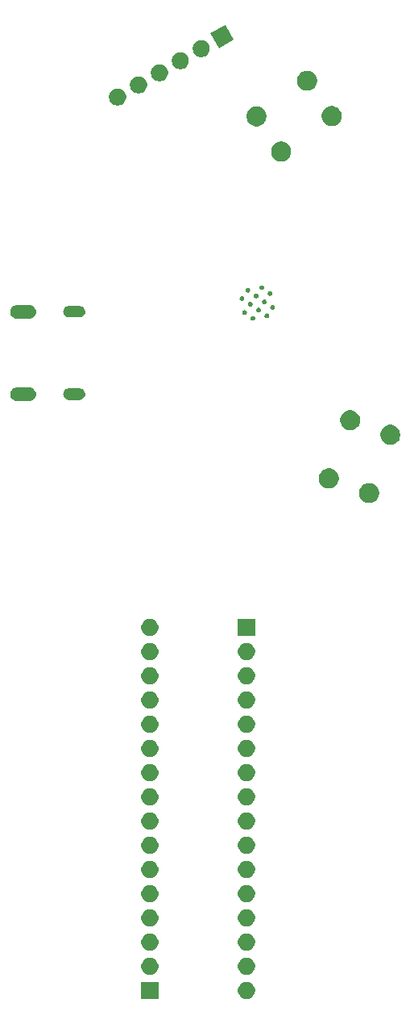
<source format=gbr>
G04 #@! TF.GenerationSoftware,KiCad,Pcbnew,5.1.5+dfsg1-2build2*
G04 #@! TF.CreationDate,2020-11-24T14:56:23+01:00*
G04 #@! TF.ProjectId,GreenEggs_and_Clem,47726565-6e45-4676-9773-5f616e645f43,v0.1*
G04 #@! TF.SameCoordinates,Original*
G04 #@! TF.FileFunction,Soldermask,Bot*
G04 #@! TF.FilePolarity,Negative*
%FSLAX46Y46*%
G04 Gerber Fmt 4.6, Leading zero omitted, Abs format (unit mm)*
G04 Created by KiCad (PCBNEW 5.1.5+dfsg1-2build2) date 2020-11-24 14:56:23*
%MOMM*%
%LPD*%
G04 APERTURE LIST*
%ADD10C,0.100000*%
G04 APERTURE END LIST*
D10*
G36*
X140601000Y-147881000D02*
G01*
X138799000Y-147881000D01*
X138799000Y-146079000D01*
X140601000Y-146079000D01*
X140601000Y-147881000D01*
G37*
G36*
X149963512Y-146073927D02*
G01*
X150112812Y-146103624D01*
X150276784Y-146171544D01*
X150424354Y-146270147D01*
X150549853Y-146395646D01*
X150648456Y-146543216D01*
X150716376Y-146707188D01*
X150751000Y-146881259D01*
X150751000Y-147058741D01*
X150716376Y-147232812D01*
X150648456Y-147396784D01*
X150549853Y-147544354D01*
X150424354Y-147669853D01*
X150276784Y-147768456D01*
X150112812Y-147836376D01*
X149963512Y-147866073D01*
X149938742Y-147871000D01*
X149761258Y-147871000D01*
X149736488Y-147866073D01*
X149587188Y-147836376D01*
X149423216Y-147768456D01*
X149275646Y-147669853D01*
X149150147Y-147544354D01*
X149051544Y-147396784D01*
X148983624Y-147232812D01*
X148949000Y-147058741D01*
X148949000Y-146881259D01*
X148983624Y-146707188D01*
X149051544Y-146543216D01*
X149150147Y-146395646D01*
X149275646Y-146270147D01*
X149423216Y-146171544D01*
X149587188Y-146103624D01*
X149736488Y-146073927D01*
X149761258Y-146069000D01*
X149938742Y-146069000D01*
X149963512Y-146073927D01*
G37*
G36*
X139813512Y-143543927D02*
G01*
X139962812Y-143573624D01*
X140126784Y-143641544D01*
X140274354Y-143740147D01*
X140399853Y-143865646D01*
X140498456Y-144013216D01*
X140566376Y-144177188D01*
X140601000Y-144351259D01*
X140601000Y-144528741D01*
X140566376Y-144702812D01*
X140498456Y-144866784D01*
X140399853Y-145014354D01*
X140274354Y-145139853D01*
X140126784Y-145238456D01*
X139962812Y-145306376D01*
X139813512Y-145336073D01*
X139788742Y-145341000D01*
X139611258Y-145341000D01*
X139586488Y-145336073D01*
X139437188Y-145306376D01*
X139273216Y-145238456D01*
X139125646Y-145139853D01*
X139000147Y-145014354D01*
X138901544Y-144866784D01*
X138833624Y-144702812D01*
X138799000Y-144528741D01*
X138799000Y-144351259D01*
X138833624Y-144177188D01*
X138901544Y-144013216D01*
X139000147Y-143865646D01*
X139125646Y-143740147D01*
X139273216Y-143641544D01*
X139437188Y-143573624D01*
X139586488Y-143543927D01*
X139611258Y-143539000D01*
X139788742Y-143539000D01*
X139813512Y-143543927D01*
G37*
G36*
X149963512Y-143533927D02*
G01*
X150112812Y-143563624D01*
X150276784Y-143631544D01*
X150424354Y-143730147D01*
X150549853Y-143855646D01*
X150648456Y-144003216D01*
X150716376Y-144167188D01*
X150751000Y-144341259D01*
X150751000Y-144518741D01*
X150716376Y-144692812D01*
X150648456Y-144856784D01*
X150549853Y-145004354D01*
X150424354Y-145129853D01*
X150276784Y-145228456D01*
X150112812Y-145296376D01*
X149963512Y-145326073D01*
X149938742Y-145331000D01*
X149761258Y-145331000D01*
X149736488Y-145326073D01*
X149587188Y-145296376D01*
X149423216Y-145228456D01*
X149275646Y-145129853D01*
X149150147Y-145004354D01*
X149051544Y-144856784D01*
X148983624Y-144692812D01*
X148949000Y-144518741D01*
X148949000Y-144341259D01*
X148983624Y-144167188D01*
X149051544Y-144003216D01*
X149150147Y-143855646D01*
X149275646Y-143730147D01*
X149423216Y-143631544D01*
X149587188Y-143563624D01*
X149736488Y-143533927D01*
X149761258Y-143529000D01*
X149938742Y-143529000D01*
X149963512Y-143533927D01*
G37*
G36*
X139813512Y-141003927D02*
G01*
X139962812Y-141033624D01*
X140126784Y-141101544D01*
X140274354Y-141200147D01*
X140399853Y-141325646D01*
X140498456Y-141473216D01*
X140566376Y-141637188D01*
X140601000Y-141811259D01*
X140601000Y-141988741D01*
X140566376Y-142162812D01*
X140498456Y-142326784D01*
X140399853Y-142474354D01*
X140274354Y-142599853D01*
X140126784Y-142698456D01*
X139962812Y-142766376D01*
X139813512Y-142796073D01*
X139788742Y-142801000D01*
X139611258Y-142801000D01*
X139586488Y-142796073D01*
X139437188Y-142766376D01*
X139273216Y-142698456D01*
X139125646Y-142599853D01*
X139000147Y-142474354D01*
X138901544Y-142326784D01*
X138833624Y-142162812D01*
X138799000Y-141988741D01*
X138799000Y-141811259D01*
X138833624Y-141637188D01*
X138901544Y-141473216D01*
X139000147Y-141325646D01*
X139125646Y-141200147D01*
X139273216Y-141101544D01*
X139437188Y-141033624D01*
X139586488Y-141003927D01*
X139611258Y-140999000D01*
X139788742Y-140999000D01*
X139813512Y-141003927D01*
G37*
G36*
X149963512Y-140993927D02*
G01*
X150112812Y-141023624D01*
X150276784Y-141091544D01*
X150424354Y-141190147D01*
X150549853Y-141315646D01*
X150648456Y-141463216D01*
X150716376Y-141627188D01*
X150751000Y-141801259D01*
X150751000Y-141978741D01*
X150716376Y-142152812D01*
X150648456Y-142316784D01*
X150549853Y-142464354D01*
X150424354Y-142589853D01*
X150276784Y-142688456D01*
X150112812Y-142756376D01*
X149963512Y-142786073D01*
X149938742Y-142791000D01*
X149761258Y-142791000D01*
X149736488Y-142786073D01*
X149587188Y-142756376D01*
X149423216Y-142688456D01*
X149275646Y-142589853D01*
X149150147Y-142464354D01*
X149051544Y-142316784D01*
X148983624Y-142152812D01*
X148949000Y-141978741D01*
X148949000Y-141801259D01*
X148983624Y-141627188D01*
X149051544Y-141463216D01*
X149150147Y-141315646D01*
X149275646Y-141190147D01*
X149423216Y-141091544D01*
X149587188Y-141023624D01*
X149736488Y-140993927D01*
X149761258Y-140989000D01*
X149938742Y-140989000D01*
X149963512Y-140993927D01*
G37*
G36*
X139813512Y-138463927D02*
G01*
X139962812Y-138493624D01*
X140126784Y-138561544D01*
X140274354Y-138660147D01*
X140399853Y-138785646D01*
X140498456Y-138933216D01*
X140566376Y-139097188D01*
X140601000Y-139271259D01*
X140601000Y-139448741D01*
X140566376Y-139622812D01*
X140498456Y-139786784D01*
X140399853Y-139934354D01*
X140274354Y-140059853D01*
X140126784Y-140158456D01*
X139962812Y-140226376D01*
X139813512Y-140256073D01*
X139788742Y-140261000D01*
X139611258Y-140261000D01*
X139586488Y-140256073D01*
X139437188Y-140226376D01*
X139273216Y-140158456D01*
X139125646Y-140059853D01*
X139000147Y-139934354D01*
X138901544Y-139786784D01*
X138833624Y-139622812D01*
X138799000Y-139448741D01*
X138799000Y-139271259D01*
X138833624Y-139097188D01*
X138901544Y-138933216D01*
X139000147Y-138785646D01*
X139125646Y-138660147D01*
X139273216Y-138561544D01*
X139437188Y-138493624D01*
X139586488Y-138463927D01*
X139611258Y-138459000D01*
X139788742Y-138459000D01*
X139813512Y-138463927D01*
G37*
G36*
X149963512Y-138453927D02*
G01*
X150112812Y-138483624D01*
X150276784Y-138551544D01*
X150424354Y-138650147D01*
X150549853Y-138775646D01*
X150648456Y-138923216D01*
X150716376Y-139087188D01*
X150751000Y-139261259D01*
X150751000Y-139438741D01*
X150716376Y-139612812D01*
X150648456Y-139776784D01*
X150549853Y-139924354D01*
X150424354Y-140049853D01*
X150276784Y-140148456D01*
X150112812Y-140216376D01*
X149963512Y-140246073D01*
X149938742Y-140251000D01*
X149761258Y-140251000D01*
X149736488Y-140246073D01*
X149587188Y-140216376D01*
X149423216Y-140148456D01*
X149275646Y-140049853D01*
X149150147Y-139924354D01*
X149051544Y-139776784D01*
X148983624Y-139612812D01*
X148949000Y-139438741D01*
X148949000Y-139261259D01*
X148983624Y-139087188D01*
X149051544Y-138923216D01*
X149150147Y-138775646D01*
X149275646Y-138650147D01*
X149423216Y-138551544D01*
X149587188Y-138483624D01*
X149736488Y-138453927D01*
X149761258Y-138449000D01*
X149938742Y-138449000D01*
X149963512Y-138453927D01*
G37*
G36*
X139813512Y-135923927D02*
G01*
X139962812Y-135953624D01*
X140126784Y-136021544D01*
X140274354Y-136120147D01*
X140399853Y-136245646D01*
X140498456Y-136393216D01*
X140566376Y-136557188D01*
X140601000Y-136731259D01*
X140601000Y-136908741D01*
X140566376Y-137082812D01*
X140498456Y-137246784D01*
X140399853Y-137394354D01*
X140274354Y-137519853D01*
X140126784Y-137618456D01*
X139962812Y-137686376D01*
X139813512Y-137716073D01*
X139788742Y-137721000D01*
X139611258Y-137721000D01*
X139586488Y-137716073D01*
X139437188Y-137686376D01*
X139273216Y-137618456D01*
X139125646Y-137519853D01*
X139000147Y-137394354D01*
X138901544Y-137246784D01*
X138833624Y-137082812D01*
X138799000Y-136908741D01*
X138799000Y-136731259D01*
X138833624Y-136557188D01*
X138901544Y-136393216D01*
X139000147Y-136245646D01*
X139125646Y-136120147D01*
X139273216Y-136021544D01*
X139437188Y-135953624D01*
X139586488Y-135923927D01*
X139611258Y-135919000D01*
X139788742Y-135919000D01*
X139813512Y-135923927D01*
G37*
G36*
X149963512Y-135913927D02*
G01*
X150112812Y-135943624D01*
X150276784Y-136011544D01*
X150424354Y-136110147D01*
X150549853Y-136235646D01*
X150648456Y-136383216D01*
X150716376Y-136547188D01*
X150751000Y-136721259D01*
X150751000Y-136898741D01*
X150716376Y-137072812D01*
X150648456Y-137236784D01*
X150549853Y-137384354D01*
X150424354Y-137509853D01*
X150276784Y-137608456D01*
X150112812Y-137676376D01*
X149963512Y-137706073D01*
X149938742Y-137711000D01*
X149761258Y-137711000D01*
X149736488Y-137706073D01*
X149587188Y-137676376D01*
X149423216Y-137608456D01*
X149275646Y-137509853D01*
X149150147Y-137384354D01*
X149051544Y-137236784D01*
X148983624Y-137072812D01*
X148949000Y-136898741D01*
X148949000Y-136721259D01*
X148983624Y-136547188D01*
X149051544Y-136383216D01*
X149150147Y-136235646D01*
X149275646Y-136110147D01*
X149423216Y-136011544D01*
X149587188Y-135943624D01*
X149736488Y-135913927D01*
X149761258Y-135909000D01*
X149938742Y-135909000D01*
X149963512Y-135913927D01*
G37*
G36*
X139813512Y-133383927D02*
G01*
X139962812Y-133413624D01*
X140126784Y-133481544D01*
X140274354Y-133580147D01*
X140399853Y-133705646D01*
X140498456Y-133853216D01*
X140566376Y-134017188D01*
X140601000Y-134191259D01*
X140601000Y-134368741D01*
X140566376Y-134542812D01*
X140498456Y-134706784D01*
X140399853Y-134854354D01*
X140274354Y-134979853D01*
X140126784Y-135078456D01*
X139962812Y-135146376D01*
X139813512Y-135176073D01*
X139788742Y-135181000D01*
X139611258Y-135181000D01*
X139586488Y-135176073D01*
X139437188Y-135146376D01*
X139273216Y-135078456D01*
X139125646Y-134979853D01*
X139000147Y-134854354D01*
X138901544Y-134706784D01*
X138833624Y-134542812D01*
X138799000Y-134368741D01*
X138799000Y-134191259D01*
X138833624Y-134017188D01*
X138901544Y-133853216D01*
X139000147Y-133705646D01*
X139125646Y-133580147D01*
X139273216Y-133481544D01*
X139437188Y-133413624D01*
X139586488Y-133383927D01*
X139611258Y-133379000D01*
X139788742Y-133379000D01*
X139813512Y-133383927D01*
G37*
G36*
X149963512Y-133373927D02*
G01*
X150112812Y-133403624D01*
X150276784Y-133471544D01*
X150424354Y-133570147D01*
X150549853Y-133695646D01*
X150648456Y-133843216D01*
X150716376Y-134007188D01*
X150751000Y-134181259D01*
X150751000Y-134358741D01*
X150716376Y-134532812D01*
X150648456Y-134696784D01*
X150549853Y-134844354D01*
X150424354Y-134969853D01*
X150276784Y-135068456D01*
X150112812Y-135136376D01*
X149963512Y-135166073D01*
X149938742Y-135171000D01*
X149761258Y-135171000D01*
X149736488Y-135166073D01*
X149587188Y-135136376D01*
X149423216Y-135068456D01*
X149275646Y-134969853D01*
X149150147Y-134844354D01*
X149051544Y-134696784D01*
X148983624Y-134532812D01*
X148949000Y-134358741D01*
X148949000Y-134181259D01*
X148983624Y-134007188D01*
X149051544Y-133843216D01*
X149150147Y-133695646D01*
X149275646Y-133570147D01*
X149423216Y-133471544D01*
X149587188Y-133403624D01*
X149736488Y-133373927D01*
X149761258Y-133369000D01*
X149938742Y-133369000D01*
X149963512Y-133373927D01*
G37*
G36*
X139813512Y-130843927D02*
G01*
X139962812Y-130873624D01*
X140126784Y-130941544D01*
X140274354Y-131040147D01*
X140399853Y-131165646D01*
X140498456Y-131313216D01*
X140566376Y-131477188D01*
X140601000Y-131651259D01*
X140601000Y-131828741D01*
X140566376Y-132002812D01*
X140498456Y-132166784D01*
X140399853Y-132314354D01*
X140274354Y-132439853D01*
X140126784Y-132538456D01*
X139962812Y-132606376D01*
X139813512Y-132636073D01*
X139788742Y-132641000D01*
X139611258Y-132641000D01*
X139586488Y-132636073D01*
X139437188Y-132606376D01*
X139273216Y-132538456D01*
X139125646Y-132439853D01*
X139000147Y-132314354D01*
X138901544Y-132166784D01*
X138833624Y-132002812D01*
X138799000Y-131828741D01*
X138799000Y-131651259D01*
X138833624Y-131477188D01*
X138901544Y-131313216D01*
X139000147Y-131165646D01*
X139125646Y-131040147D01*
X139273216Y-130941544D01*
X139437188Y-130873624D01*
X139586488Y-130843927D01*
X139611258Y-130839000D01*
X139788742Y-130839000D01*
X139813512Y-130843927D01*
G37*
G36*
X149963512Y-130833927D02*
G01*
X150112812Y-130863624D01*
X150276784Y-130931544D01*
X150424354Y-131030147D01*
X150549853Y-131155646D01*
X150648456Y-131303216D01*
X150716376Y-131467188D01*
X150751000Y-131641259D01*
X150751000Y-131818741D01*
X150716376Y-131992812D01*
X150648456Y-132156784D01*
X150549853Y-132304354D01*
X150424354Y-132429853D01*
X150276784Y-132528456D01*
X150112812Y-132596376D01*
X149963512Y-132626073D01*
X149938742Y-132631000D01*
X149761258Y-132631000D01*
X149736488Y-132626073D01*
X149587188Y-132596376D01*
X149423216Y-132528456D01*
X149275646Y-132429853D01*
X149150147Y-132304354D01*
X149051544Y-132156784D01*
X148983624Y-131992812D01*
X148949000Y-131818741D01*
X148949000Y-131641259D01*
X148983624Y-131467188D01*
X149051544Y-131303216D01*
X149150147Y-131155646D01*
X149275646Y-131030147D01*
X149423216Y-130931544D01*
X149587188Y-130863624D01*
X149736488Y-130833927D01*
X149761258Y-130829000D01*
X149938742Y-130829000D01*
X149963512Y-130833927D01*
G37*
G36*
X139813512Y-128303927D02*
G01*
X139962812Y-128333624D01*
X140126784Y-128401544D01*
X140274354Y-128500147D01*
X140399853Y-128625646D01*
X140498456Y-128773216D01*
X140566376Y-128937188D01*
X140601000Y-129111259D01*
X140601000Y-129288741D01*
X140566376Y-129462812D01*
X140498456Y-129626784D01*
X140399853Y-129774354D01*
X140274354Y-129899853D01*
X140126784Y-129998456D01*
X139962812Y-130066376D01*
X139813512Y-130096073D01*
X139788742Y-130101000D01*
X139611258Y-130101000D01*
X139586488Y-130096073D01*
X139437188Y-130066376D01*
X139273216Y-129998456D01*
X139125646Y-129899853D01*
X139000147Y-129774354D01*
X138901544Y-129626784D01*
X138833624Y-129462812D01*
X138799000Y-129288741D01*
X138799000Y-129111259D01*
X138833624Y-128937188D01*
X138901544Y-128773216D01*
X139000147Y-128625646D01*
X139125646Y-128500147D01*
X139273216Y-128401544D01*
X139437188Y-128333624D01*
X139586488Y-128303927D01*
X139611258Y-128299000D01*
X139788742Y-128299000D01*
X139813512Y-128303927D01*
G37*
G36*
X149963512Y-128293927D02*
G01*
X150112812Y-128323624D01*
X150276784Y-128391544D01*
X150424354Y-128490147D01*
X150549853Y-128615646D01*
X150648456Y-128763216D01*
X150716376Y-128927188D01*
X150751000Y-129101259D01*
X150751000Y-129278741D01*
X150716376Y-129452812D01*
X150648456Y-129616784D01*
X150549853Y-129764354D01*
X150424354Y-129889853D01*
X150276784Y-129988456D01*
X150112812Y-130056376D01*
X149963512Y-130086073D01*
X149938742Y-130091000D01*
X149761258Y-130091000D01*
X149736488Y-130086073D01*
X149587188Y-130056376D01*
X149423216Y-129988456D01*
X149275646Y-129889853D01*
X149150147Y-129764354D01*
X149051544Y-129616784D01*
X148983624Y-129452812D01*
X148949000Y-129278741D01*
X148949000Y-129101259D01*
X148983624Y-128927188D01*
X149051544Y-128763216D01*
X149150147Y-128615646D01*
X149275646Y-128490147D01*
X149423216Y-128391544D01*
X149587188Y-128323624D01*
X149736488Y-128293927D01*
X149761258Y-128289000D01*
X149938742Y-128289000D01*
X149963512Y-128293927D01*
G37*
G36*
X139813512Y-125763927D02*
G01*
X139962812Y-125793624D01*
X140126784Y-125861544D01*
X140274354Y-125960147D01*
X140399853Y-126085646D01*
X140498456Y-126233216D01*
X140566376Y-126397188D01*
X140601000Y-126571259D01*
X140601000Y-126748741D01*
X140566376Y-126922812D01*
X140498456Y-127086784D01*
X140399853Y-127234354D01*
X140274354Y-127359853D01*
X140126784Y-127458456D01*
X139962812Y-127526376D01*
X139813512Y-127556073D01*
X139788742Y-127561000D01*
X139611258Y-127561000D01*
X139586488Y-127556073D01*
X139437188Y-127526376D01*
X139273216Y-127458456D01*
X139125646Y-127359853D01*
X139000147Y-127234354D01*
X138901544Y-127086784D01*
X138833624Y-126922812D01*
X138799000Y-126748741D01*
X138799000Y-126571259D01*
X138833624Y-126397188D01*
X138901544Y-126233216D01*
X139000147Y-126085646D01*
X139125646Y-125960147D01*
X139273216Y-125861544D01*
X139437188Y-125793624D01*
X139586488Y-125763927D01*
X139611258Y-125759000D01*
X139788742Y-125759000D01*
X139813512Y-125763927D01*
G37*
G36*
X149963512Y-125753927D02*
G01*
X150112812Y-125783624D01*
X150276784Y-125851544D01*
X150424354Y-125950147D01*
X150549853Y-126075646D01*
X150648456Y-126223216D01*
X150716376Y-126387188D01*
X150751000Y-126561259D01*
X150751000Y-126738741D01*
X150716376Y-126912812D01*
X150648456Y-127076784D01*
X150549853Y-127224354D01*
X150424354Y-127349853D01*
X150276784Y-127448456D01*
X150112812Y-127516376D01*
X149963512Y-127546073D01*
X149938742Y-127551000D01*
X149761258Y-127551000D01*
X149736488Y-127546073D01*
X149587188Y-127516376D01*
X149423216Y-127448456D01*
X149275646Y-127349853D01*
X149150147Y-127224354D01*
X149051544Y-127076784D01*
X148983624Y-126912812D01*
X148949000Y-126738741D01*
X148949000Y-126561259D01*
X148983624Y-126387188D01*
X149051544Y-126223216D01*
X149150147Y-126075646D01*
X149275646Y-125950147D01*
X149423216Y-125851544D01*
X149587188Y-125783624D01*
X149736488Y-125753927D01*
X149761258Y-125749000D01*
X149938742Y-125749000D01*
X149963512Y-125753927D01*
G37*
G36*
X139813512Y-123223927D02*
G01*
X139962812Y-123253624D01*
X140126784Y-123321544D01*
X140274354Y-123420147D01*
X140399853Y-123545646D01*
X140498456Y-123693216D01*
X140566376Y-123857188D01*
X140601000Y-124031259D01*
X140601000Y-124208741D01*
X140566376Y-124382812D01*
X140498456Y-124546784D01*
X140399853Y-124694354D01*
X140274354Y-124819853D01*
X140126784Y-124918456D01*
X139962812Y-124986376D01*
X139813512Y-125016073D01*
X139788742Y-125021000D01*
X139611258Y-125021000D01*
X139586488Y-125016073D01*
X139437188Y-124986376D01*
X139273216Y-124918456D01*
X139125646Y-124819853D01*
X139000147Y-124694354D01*
X138901544Y-124546784D01*
X138833624Y-124382812D01*
X138799000Y-124208741D01*
X138799000Y-124031259D01*
X138833624Y-123857188D01*
X138901544Y-123693216D01*
X139000147Y-123545646D01*
X139125646Y-123420147D01*
X139273216Y-123321544D01*
X139437188Y-123253624D01*
X139586488Y-123223927D01*
X139611258Y-123219000D01*
X139788742Y-123219000D01*
X139813512Y-123223927D01*
G37*
G36*
X149963512Y-123213927D02*
G01*
X150112812Y-123243624D01*
X150276784Y-123311544D01*
X150424354Y-123410147D01*
X150549853Y-123535646D01*
X150648456Y-123683216D01*
X150716376Y-123847188D01*
X150751000Y-124021259D01*
X150751000Y-124198741D01*
X150716376Y-124372812D01*
X150648456Y-124536784D01*
X150549853Y-124684354D01*
X150424354Y-124809853D01*
X150276784Y-124908456D01*
X150112812Y-124976376D01*
X149963512Y-125006073D01*
X149938742Y-125011000D01*
X149761258Y-125011000D01*
X149736488Y-125006073D01*
X149587188Y-124976376D01*
X149423216Y-124908456D01*
X149275646Y-124809853D01*
X149150147Y-124684354D01*
X149051544Y-124536784D01*
X148983624Y-124372812D01*
X148949000Y-124198741D01*
X148949000Y-124021259D01*
X148983624Y-123847188D01*
X149051544Y-123683216D01*
X149150147Y-123535646D01*
X149275646Y-123410147D01*
X149423216Y-123311544D01*
X149587188Y-123243624D01*
X149736488Y-123213927D01*
X149761258Y-123209000D01*
X149938742Y-123209000D01*
X149963512Y-123213927D01*
G37*
G36*
X139813512Y-120683927D02*
G01*
X139962812Y-120713624D01*
X140126784Y-120781544D01*
X140274354Y-120880147D01*
X140399853Y-121005646D01*
X140498456Y-121153216D01*
X140566376Y-121317188D01*
X140601000Y-121491259D01*
X140601000Y-121668741D01*
X140566376Y-121842812D01*
X140498456Y-122006784D01*
X140399853Y-122154354D01*
X140274354Y-122279853D01*
X140126784Y-122378456D01*
X139962812Y-122446376D01*
X139813512Y-122476073D01*
X139788742Y-122481000D01*
X139611258Y-122481000D01*
X139586488Y-122476073D01*
X139437188Y-122446376D01*
X139273216Y-122378456D01*
X139125646Y-122279853D01*
X139000147Y-122154354D01*
X138901544Y-122006784D01*
X138833624Y-121842812D01*
X138799000Y-121668741D01*
X138799000Y-121491259D01*
X138833624Y-121317188D01*
X138901544Y-121153216D01*
X139000147Y-121005646D01*
X139125646Y-120880147D01*
X139273216Y-120781544D01*
X139437188Y-120713624D01*
X139586488Y-120683927D01*
X139611258Y-120679000D01*
X139788742Y-120679000D01*
X139813512Y-120683927D01*
G37*
G36*
X149963512Y-120673927D02*
G01*
X150112812Y-120703624D01*
X150276784Y-120771544D01*
X150424354Y-120870147D01*
X150549853Y-120995646D01*
X150648456Y-121143216D01*
X150716376Y-121307188D01*
X150751000Y-121481259D01*
X150751000Y-121658741D01*
X150716376Y-121832812D01*
X150648456Y-121996784D01*
X150549853Y-122144354D01*
X150424354Y-122269853D01*
X150276784Y-122368456D01*
X150112812Y-122436376D01*
X149963512Y-122466073D01*
X149938742Y-122471000D01*
X149761258Y-122471000D01*
X149736488Y-122466073D01*
X149587188Y-122436376D01*
X149423216Y-122368456D01*
X149275646Y-122269853D01*
X149150147Y-122144354D01*
X149051544Y-121996784D01*
X148983624Y-121832812D01*
X148949000Y-121658741D01*
X148949000Y-121481259D01*
X148983624Y-121307188D01*
X149051544Y-121143216D01*
X149150147Y-120995646D01*
X149275646Y-120870147D01*
X149423216Y-120771544D01*
X149587188Y-120703624D01*
X149736488Y-120673927D01*
X149761258Y-120669000D01*
X149938742Y-120669000D01*
X149963512Y-120673927D01*
G37*
G36*
X139813512Y-118143927D02*
G01*
X139962812Y-118173624D01*
X140126784Y-118241544D01*
X140274354Y-118340147D01*
X140399853Y-118465646D01*
X140498456Y-118613216D01*
X140566376Y-118777188D01*
X140601000Y-118951259D01*
X140601000Y-119128741D01*
X140566376Y-119302812D01*
X140498456Y-119466784D01*
X140399853Y-119614354D01*
X140274354Y-119739853D01*
X140126784Y-119838456D01*
X139962812Y-119906376D01*
X139813512Y-119936073D01*
X139788742Y-119941000D01*
X139611258Y-119941000D01*
X139586488Y-119936073D01*
X139437188Y-119906376D01*
X139273216Y-119838456D01*
X139125646Y-119739853D01*
X139000147Y-119614354D01*
X138901544Y-119466784D01*
X138833624Y-119302812D01*
X138799000Y-119128741D01*
X138799000Y-118951259D01*
X138833624Y-118777188D01*
X138901544Y-118613216D01*
X139000147Y-118465646D01*
X139125646Y-118340147D01*
X139273216Y-118241544D01*
X139437188Y-118173624D01*
X139586488Y-118143927D01*
X139611258Y-118139000D01*
X139788742Y-118139000D01*
X139813512Y-118143927D01*
G37*
G36*
X149963512Y-118133927D02*
G01*
X150112812Y-118163624D01*
X150276784Y-118231544D01*
X150424354Y-118330147D01*
X150549853Y-118455646D01*
X150648456Y-118603216D01*
X150716376Y-118767188D01*
X150751000Y-118941259D01*
X150751000Y-119118741D01*
X150716376Y-119292812D01*
X150648456Y-119456784D01*
X150549853Y-119604354D01*
X150424354Y-119729853D01*
X150276784Y-119828456D01*
X150112812Y-119896376D01*
X149963512Y-119926073D01*
X149938742Y-119931000D01*
X149761258Y-119931000D01*
X149736488Y-119926073D01*
X149587188Y-119896376D01*
X149423216Y-119828456D01*
X149275646Y-119729853D01*
X149150147Y-119604354D01*
X149051544Y-119456784D01*
X148983624Y-119292812D01*
X148949000Y-119118741D01*
X148949000Y-118941259D01*
X148983624Y-118767188D01*
X149051544Y-118603216D01*
X149150147Y-118455646D01*
X149275646Y-118330147D01*
X149423216Y-118231544D01*
X149587188Y-118163624D01*
X149736488Y-118133927D01*
X149761258Y-118129000D01*
X149938742Y-118129000D01*
X149963512Y-118133927D01*
G37*
G36*
X139813512Y-115603927D02*
G01*
X139962812Y-115633624D01*
X140126784Y-115701544D01*
X140274354Y-115800147D01*
X140399853Y-115925646D01*
X140498456Y-116073216D01*
X140566376Y-116237188D01*
X140601000Y-116411259D01*
X140601000Y-116588741D01*
X140566376Y-116762812D01*
X140498456Y-116926784D01*
X140399853Y-117074354D01*
X140274354Y-117199853D01*
X140126784Y-117298456D01*
X139962812Y-117366376D01*
X139813512Y-117396073D01*
X139788742Y-117401000D01*
X139611258Y-117401000D01*
X139586488Y-117396073D01*
X139437188Y-117366376D01*
X139273216Y-117298456D01*
X139125646Y-117199853D01*
X139000147Y-117074354D01*
X138901544Y-116926784D01*
X138833624Y-116762812D01*
X138799000Y-116588741D01*
X138799000Y-116411259D01*
X138833624Y-116237188D01*
X138901544Y-116073216D01*
X139000147Y-115925646D01*
X139125646Y-115800147D01*
X139273216Y-115701544D01*
X139437188Y-115633624D01*
X139586488Y-115603927D01*
X139611258Y-115599000D01*
X139788742Y-115599000D01*
X139813512Y-115603927D01*
G37*
G36*
X149963512Y-115593927D02*
G01*
X150112812Y-115623624D01*
X150276784Y-115691544D01*
X150424354Y-115790147D01*
X150549853Y-115915646D01*
X150648456Y-116063216D01*
X150716376Y-116227188D01*
X150751000Y-116401259D01*
X150751000Y-116578741D01*
X150716376Y-116752812D01*
X150648456Y-116916784D01*
X150549853Y-117064354D01*
X150424354Y-117189853D01*
X150276784Y-117288456D01*
X150112812Y-117356376D01*
X149963512Y-117386073D01*
X149938742Y-117391000D01*
X149761258Y-117391000D01*
X149736488Y-117386073D01*
X149587188Y-117356376D01*
X149423216Y-117288456D01*
X149275646Y-117189853D01*
X149150147Y-117064354D01*
X149051544Y-116916784D01*
X148983624Y-116752812D01*
X148949000Y-116578741D01*
X148949000Y-116401259D01*
X148983624Y-116227188D01*
X149051544Y-116063216D01*
X149150147Y-115915646D01*
X149275646Y-115790147D01*
X149423216Y-115691544D01*
X149587188Y-115623624D01*
X149736488Y-115593927D01*
X149761258Y-115589000D01*
X149938742Y-115589000D01*
X149963512Y-115593927D01*
G37*
G36*
X139813512Y-113063927D02*
G01*
X139962812Y-113093624D01*
X140126784Y-113161544D01*
X140274354Y-113260147D01*
X140399853Y-113385646D01*
X140498456Y-113533216D01*
X140566376Y-113697188D01*
X140601000Y-113871259D01*
X140601000Y-114048741D01*
X140566376Y-114222812D01*
X140498456Y-114386784D01*
X140399853Y-114534354D01*
X140274354Y-114659853D01*
X140126784Y-114758456D01*
X139962812Y-114826376D01*
X139813512Y-114856073D01*
X139788742Y-114861000D01*
X139611258Y-114861000D01*
X139586488Y-114856073D01*
X139437188Y-114826376D01*
X139273216Y-114758456D01*
X139125646Y-114659853D01*
X139000147Y-114534354D01*
X138901544Y-114386784D01*
X138833624Y-114222812D01*
X138799000Y-114048741D01*
X138799000Y-113871259D01*
X138833624Y-113697188D01*
X138901544Y-113533216D01*
X139000147Y-113385646D01*
X139125646Y-113260147D01*
X139273216Y-113161544D01*
X139437188Y-113093624D01*
X139586488Y-113063927D01*
X139611258Y-113059000D01*
X139788742Y-113059000D01*
X139813512Y-113063927D01*
G37*
G36*
X149963512Y-113053927D02*
G01*
X150112812Y-113083624D01*
X150276784Y-113151544D01*
X150424354Y-113250147D01*
X150549853Y-113375646D01*
X150648456Y-113523216D01*
X150716376Y-113687188D01*
X150751000Y-113861259D01*
X150751000Y-114038741D01*
X150716376Y-114212812D01*
X150648456Y-114376784D01*
X150549853Y-114524354D01*
X150424354Y-114649853D01*
X150276784Y-114748456D01*
X150112812Y-114816376D01*
X149963512Y-114846073D01*
X149938742Y-114851000D01*
X149761258Y-114851000D01*
X149736488Y-114846073D01*
X149587188Y-114816376D01*
X149423216Y-114748456D01*
X149275646Y-114649853D01*
X149150147Y-114524354D01*
X149051544Y-114376784D01*
X148983624Y-114212812D01*
X148949000Y-114038741D01*
X148949000Y-113861259D01*
X148983624Y-113687188D01*
X149051544Y-113523216D01*
X149150147Y-113375646D01*
X149275646Y-113250147D01*
X149423216Y-113151544D01*
X149587188Y-113083624D01*
X149736488Y-113053927D01*
X149761258Y-113049000D01*
X149938742Y-113049000D01*
X149963512Y-113053927D01*
G37*
G36*
X139813512Y-110523927D02*
G01*
X139962812Y-110553624D01*
X140126784Y-110621544D01*
X140274354Y-110720147D01*
X140399853Y-110845646D01*
X140498456Y-110993216D01*
X140566376Y-111157188D01*
X140601000Y-111331259D01*
X140601000Y-111508741D01*
X140566376Y-111682812D01*
X140498456Y-111846784D01*
X140399853Y-111994354D01*
X140274354Y-112119853D01*
X140126784Y-112218456D01*
X139962812Y-112286376D01*
X139813512Y-112316073D01*
X139788742Y-112321000D01*
X139611258Y-112321000D01*
X139586488Y-112316073D01*
X139437188Y-112286376D01*
X139273216Y-112218456D01*
X139125646Y-112119853D01*
X139000147Y-111994354D01*
X138901544Y-111846784D01*
X138833624Y-111682812D01*
X138799000Y-111508741D01*
X138799000Y-111331259D01*
X138833624Y-111157188D01*
X138901544Y-110993216D01*
X139000147Y-110845646D01*
X139125646Y-110720147D01*
X139273216Y-110621544D01*
X139437188Y-110553624D01*
X139586488Y-110523927D01*
X139611258Y-110519000D01*
X139788742Y-110519000D01*
X139813512Y-110523927D01*
G37*
G36*
X149963512Y-110513927D02*
G01*
X150112812Y-110543624D01*
X150276784Y-110611544D01*
X150424354Y-110710147D01*
X150549853Y-110835646D01*
X150648456Y-110983216D01*
X150716376Y-111147188D01*
X150751000Y-111321259D01*
X150751000Y-111498741D01*
X150716376Y-111672812D01*
X150648456Y-111836784D01*
X150549853Y-111984354D01*
X150424354Y-112109853D01*
X150276784Y-112208456D01*
X150112812Y-112276376D01*
X149963512Y-112306073D01*
X149938742Y-112311000D01*
X149761258Y-112311000D01*
X149736488Y-112306073D01*
X149587188Y-112276376D01*
X149423216Y-112208456D01*
X149275646Y-112109853D01*
X149150147Y-111984354D01*
X149051544Y-111836784D01*
X148983624Y-111672812D01*
X148949000Y-111498741D01*
X148949000Y-111321259D01*
X148983624Y-111147188D01*
X149051544Y-110983216D01*
X149150147Y-110835646D01*
X149275646Y-110710147D01*
X149423216Y-110611544D01*
X149587188Y-110543624D01*
X149736488Y-110513927D01*
X149761258Y-110509000D01*
X149938742Y-110509000D01*
X149963512Y-110513927D01*
G37*
G36*
X139813512Y-107983927D02*
G01*
X139962812Y-108013624D01*
X140126784Y-108081544D01*
X140274354Y-108180147D01*
X140399853Y-108305646D01*
X140498456Y-108453216D01*
X140566376Y-108617188D01*
X140601000Y-108791259D01*
X140601000Y-108968741D01*
X140566376Y-109142812D01*
X140498456Y-109306784D01*
X140399853Y-109454354D01*
X140274354Y-109579853D01*
X140126784Y-109678456D01*
X139962812Y-109746376D01*
X139813512Y-109776073D01*
X139788742Y-109781000D01*
X139611258Y-109781000D01*
X139586488Y-109776073D01*
X139437188Y-109746376D01*
X139273216Y-109678456D01*
X139125646Y-109579853D01*
X139000147Y-109454354D01*
X138901544Y-109306784D01*
X138833624Y-109142812D01*
X138799000Y-108968741D01*
X138799000Y-108791259D01*
X138833624Y-108617188D01*
X138901544Y-108453216D01*
X139000147Y-108305646D01*
X139125646Y-108180147D01*
X139273216Y-108081544D01*
X139437188Y-108013624D01*
X139586488Y-107983927D01*
X139611258Y-107979000D01*
X139788742Y-107979000D01*
X139813512Y-107983927D01*
G37*
G36*
X150751000Y-109771000D02*
G01*
X148949000Y-109771000D01*
X148949000Y-107969000D01*
X150751000Y-107969000D01*
X150751000Y-109771000D01*
G37*
G36*
X163053433Y-93767391D02*
G01*
X163244702Y-93846617D01*
X163244704Y-93846618D01*
X163416842Y-93961637D01*
X163563234Y-94108029D01*
X163657777Y-94249522D01*
X163678254Y-94280169D01*
X163757480Y-94471438D01*
X163797869Y-94674486D01*
X163797869Y-94881518D01*
X163757480Y-95084566D01*
X163678254Y-95275835D01*
X163678253Y-95275837D01*
X163563234Y-95447975D01*
X163416842Y-95594367D01*
X163244704Y-95709386D01*
X163244703Y-95709387D01*
X163244702Y-95709387D01*
X163053433Y-95788613D01*
X162850385Y-95829002D01*
X162643353Y-95829002D01*
X162440305Y-95788613D01*
X162249036Y-95709387D01*
X162249035Y-95709387D01*
X162249034Y-95709386D01*
X162076896Y-95594367D01*
X161930504Y-95447975D01*
X161815485Y-95275837D01*
X161815484Y-95275835D01*
X161736258Y-95084566D01*
X161695869Y-94881518D01*
X161695869Y-94674486D01*
X161736258Y-94471438D01*
X161815484Y-94280169D01*
X161835962Y-94249522D01*
X161930504Y-94108029D01*
X162076896Y-93961637D01*
X162249034Y-93846618D01*
X162249036Y-93846617D01*
X162440305Y-93767391D01*
X162643353Y-93727002D01*
X162850385Y-93727002D01*
X163053433Y-93767391D01*
G37*
G36*
X158824816Y-92228300D02*
G01*
X159016085Y-92307526D01*
X159016087Y-92307527D01*
X159188225Y-92422546D01*
X159334617Y-92568938D01*
X159449637Y-92741078D01*
X159528863Y-92932347D01*
X159569252Y-93135395D01*
X159569252Y-93342427D01*
X159528863Y-93545475D01*
X159453672Y-93727002D01*
X159449636Y-93736746D01*
X159334617Y-93908884D01*
X159188225Y-94055276D01*
X159016087Y-94170295D01*
X159016086Y-94170296D01*
X159016085Y-94170296D01*
X158824816Y-94249522D01*
X158621768Y-94289911D01*
X158414736Y-94289911D01*
X158211688Y-94249522D01*
X158020419Y-94170296D01*
X158020418Y-94170296D01*
X158020417Y-94170295D01*
X157848279Y-94055276D01*
X157701887Y-93908884D01*
X157586868Y-93736746D01*
X157582832Y-93727002D01*
X157507641Y-93545475D01*
X157467252Y-93342427D01*
X157467252Y-93135395D01*
X157507641Y-92932347D01*
X157586867Y-92741078D01*
X157701887Y-92568938D01*
X157848279Y-92422546D01*
X158020417Y-92307527D01*
X158020419Y-92307526D01*
X158211688Y-92228300D01*
X158414736Y-92187911D01*
X158621768Y-92187911D01*
X158824816Y-92228300D01*
G37*
G36*
X165276564Y-87659389D02*
G01*
X165467833Y-87738615D01*
X165467835Y-87738616D01*
X165639973Y-87853635D01*
X165786365Y-88000027D01*
X165880908Y-88141520D01*
X165901385Y-88172167D01*
X165980611Y-88363436D01*
X166021000Y-88566484D01*
X166021000Y-88773516D01*
X165980611Y-88976564D01*
X165901385Y-89167833D01*
X165901384Y-89167835D01*
X165786365Y-89339973D01*
X165639973Y-89486365D01*
X165467835Y-89601384D01*
X165467834Y-89601385D01*
X165467833Y-89601385D01*
X165276564Y-89680611D01*
X165073516Y-89721000D01*
X164866484Y-89721000D01*
X164663436Y-89680611D01*
X164472167Y-89601385D01*
X164472166Y-89601385D01*
X164472165Y-89601384D01*
X164300027Y-89486365D01*
X164153635Y-89339973D01*
X164038616Y-89167835D01*
X164038615Y-89167833D01*
X163959389Y-88976564D01*
X163919000Y-88773516D01*
X163919000Y-88566484D01*
X163959389Y-88363436D01*
X164038615Y-88172167D01*
X164059093Y-88141520D01*
X164153635Y-88000027D01*
X164300027Y-87853635D01*
X164472165Y-87738616D01*
X164472167Y-87738615D01*
X164663436Y-87659389D01*
X164866484Y-87619000D01*
X165073516Y-87619000D01*
X165276564Y-87659389D01*
G37*
G36*
X161047947Y-86120298D02*
G01*
X161239216Y-86199524D01*
X161239218Y-86199525D01*
X161411356Y-86314544D01*
X161557748Y-86460936D01*
X161672768Y-86633076D01*
X161751994Y-86824345D01*
X161792383Y-87027393D01*
X161792383Y-87234425D01*
X161751994Y-87437473D01*
X161676803Y-87619000D01*
X161672767Y-87628744D01*
X161557748Y-87800882D01*
X161411356Y-87947274D01*
X161239218Y-88062293D01*
X161239217Y-88062294D01*
X161239216Y-88062294D01*
X161047947Y-88141520D01*
X160844899Y-88181909D01*
X160637867Y-88181909D01*
X160434819Y-88141520D01*
X160243550Y-88062294D01*
X160243549Y-88062294D01*
X160243548Y-88062293D01*
X160071410Y-87947274D01*
X159925018Y-87800882D01*
X159809999Y-87628744D01*
X159805963Y-87619000D01*
X159730772Y-87437473D01*
X159690383Y-87234425D01*
X159690383Y-87027393D01*
X159730772Y-86824345D01*
X159809998Y-86633076D01*
X159925018Y-86460936D01*
X160071410Y-86314544D01*
X160243548Y-86199525D01*
X160243550Y-86199524D01*
X160434819Y-86120298D01*
X160637867Y-86079909D01*
X160844899Y-86079909D01*
X161047947Y-86120298D01*
G37*
G36*
X127167421Y-83709143D02*
G01*
X127299557Y-83749227D01*
X127299559Y-83749228D01*
X127421339Y-83814320D01*
X127421341Y-83814321D01*
X127421340Y-83814321D01*
X127528080Y-83901920D01*
X127615679Y-84008660D01*
X127680773Y-84130443D01*
X127720857Y-84262579D01*
X127734391Y-84400000D01*
X127720857Y-84537421D01*
X127680773Y-84669557D01*
X127680772Y-84669559D01*
X127615680Y-84791339D01*
X127528080Y-84898080D01*
X127421339Y-84985680D01*
X127299559Y-85050772D01*
X127299557Y-85050773D01*
X127167421Y-85090857D01*
X127064432Y-85101000D01*
X125695568Y-85101000D01*
X125592579Y-85090857D01*
X125460443Y-85050773D01*
X125460441Y-85050772D01*
X125338661Y-84985680D01*
X125231920Y-84898080D01*
X125144320Y-84791339D01*
X125079228Y-84669559D01*
X125079227Y-84669557D01*
X125039143Y-84537421D01*
X125025609Y-84400000D01*
X125039143Y-84262579D01*
X125079227Y-84130443D01*
X125144321Y-84008660D01*
X125231920Y-83901920D01*
X125338660Y-83814321D01*
X125338659Y-83814321D01*
X125338661Y-83814320D01*
X125460441Y-83749228D01*
X125460443Y-83749227D01*
X125592579Y-83709143D01*
X125695568Y-83699000D01*
X127064432Y-83699000D01*
X127167421Y-83709143D01*
G37*
G36*
X132407818Y-83807696D02*
G01*
X132521105Y-83842062D01*
X132625512Y-83897869D01*
X132717027Y-83972973D01*
X132792131Y-84064488D01*
X132847938Y-84168895D01*
X132882304Y-84282182D01*
X132893907Y-84400000D01*
X132882304Y-84517818D01*
X132847938Y-84631105D01*
X132792131Y-84735512D01*
X132717027Y-84827027D01*
X132625512Y-84902131D01*
X132521105Y-84957938D01*
X132407818Y-84992304D01*
X132319519Y-85001000D01*
X131160481Y-85001000D01*
X131072182Y-84992304D01*
X130958895Y-84957938D01*
X130854488Y-84902131D01*
X130762973Y-84827027D01*
X130687869Y-84735512D01*
X130632062Y-84631105D01*
X130597696Y-84517818D01*
X130586093Y-84400000D01*
X130597696Y-84282182D01*
X130632062Y-84168895D01*
X130687869Y-84064488D01*
X130762973Y-83972973D01*
X130854488Y-83897869D01*
X130958895Y-83842062D01*
X131072182Y-83807696D01*
X131160481Y-83799000D01*
X132319519Y-83799000D01*
X132407818Y-83807696D01*
G37*
G36*
X150589199Y-76202855D02*
G01*
X150589202Y-76202856D01*
X150589201Y-76202856D01*
X150634879Y-76221776D01*
X150675983Y-76249241D01*
X150675985Y-76249243D01*
X150675988Y-76249245D01*
X150710949Y-76284206D01*
X150710951Y-76284209D01*
X150710953Y-76284211D01*
X150738418Y-76325315D01*
X150749597Y-76352304D01*
X150757339Y-76370995D01*
X150766985Y-76419488D01*
X150766985Y-76468930D01*
X150757339Y-76517423D01*
X150757338Y-76517425D01*
X150738418Y-76563103D01*
X150710953Y-76604207D01*
X150710951Y-76604209D01*
X150710949Y-76604212D01*
X150675988Y-76639173D01*
X150675985Y-76639175D01*
X150675983Y-76639177D01*
X150634879Y-76666642D01*
X150602579Y-76680021D01*
X150589199Y-76685563D01*
X150540706Y-76695209D01*
X150491264Y-76695209D01*
X150442771Y-76685563D01*
X150429391Y-76680021D01*
X150397091Y-76666642D01*
X150355987Y-76639177D01*
X150355985Y-76639175D01*
X150355982Y-76639173D01*
X150321021Y-76604212D01*
X150321019Y-76604209D01*
X150321017Y-76604207D01*
X150293552Y-76563103D01*
X150274632Y-76517425D01*
X150274631Y-76517423D01*
X150264985Y-76468930D01*
X150264985Y-76419488D01*
X150274631Y-76370995D01*
X150282373Y-76352304D01*
X150293552Y-76325315D01*
X150321017Y-76284211D01*
X150321019Y-76284209D01*
X150321021Y-76284206D01*
X150355982Y-76249245D01*
X150355985Y-76249243D01*
X150355987Y-76249241D01*
X150397091Y-76221776D01*
X150442769Y-76202856D01*
X150442768Y-76202856D01*
X150442771Y-76202855D01*
X150491264Y-76193209D01*
X150540706Y-76193209D01*
X150589199Y-76202855D01*
G37*
G36*
X127167421Y-75069143D02*
G01*
X127299557Y-75109227D01*
X127299559Y-75109228D01*
X127421339Y-75174320D01*
X127528080Y-75261920D01*
X127615680Y-75368661D01*
X127672464Y-75474898D01*
X127680773Y-75490443D01*
X127720857Y-75622579D01*
X127734391Y-75760000D01*
X127720857Y-75897421D01*
X127680773Y-76029557D01*
X127680772Y-76029559D01*
X127615680Y-76151339D01*
X127528080Y-76258080D01*
X127421339Y-76345680D01*
X127308169Y-76406170D01*
X127299557Y-76410773D01*
X127167421Y-76450857D01*
X127064432Y-76461000D01*
X125695568Y-76461000D01*
X125592579Y-76450857D01*
X125460443Y-76410773D01*
X125451831Y-76406170D01*
X125338661Y-76345680D01*
X125231920Y-76258080D01*
X125144320Y-76151339D01*
X125079228Y-76029559D01*
X125079227Y-76029557D01*
X125039143Y-75897421D01*
X125025609Y-75760000D01*
X125039143Y-75622579D01*
X125079227Y-75490443D01*
X125087536Y-75474898D01*
X125144320Y-75368661D01*
X125231920Y-75261920D01*
X125338661Y-75174320D01*
X125460441Y-75109228D01*
X125460443Y-75109227D01*
X125592579Y-75069143D01*
X125695568Y-75059000D01*
X127064432Y-75059000D01*
X127167421Y-75069143D01*
G37*
G36*
X152066410Y-75942383D02*
G01*
X152066413Y-75942384D01*
X152066412Y-75942384D01*
X152112090Y-75961304D01*
X152153194Y-75988769D01*
X152153196Y-75988771D01*
X152153199Y-75988773D01*
X152188160Y-76023734D01*
X152188162Y-76023737D01*
X152188164Y-76023739D01*
X152215629Y-76064843D01*
X152215629Y-76064844D01*
X152234550Y-76110523D01*
X152244196Y-76159016D01*
X152244196Y-76208458D01*
X152234550Y-76256951D01*
X152234549Y-76256953D01*
X152215629Y-76302631D01*
X152188164Y-76343735D01*
X152188162Y-76343737D01*
X152188160Y-76343740D01*
X152153199Y-76378701D01*
X152153196Y-76378703D01*
X152153194Y-76378705D01*
X152112090Y-76406170D01*
X152079937Y-76419488D01*
X152066410Y-76425091D01*
X152017917Y-76434737D01*
X151968475Y-76434737D01*
X151919982Y-76425091D01*
X151906455Y-76419488D01*
X151874302Y-76406170D01*
X151833198Y-76378705D01*
X151833196Y-76378703D01*
X151833193Y-76378701D01*
X151798232Y-76343740D01*
X151798230Y-76343737D01*
X151798228Y-76343735D01*
X151770763Y-76302631D01*
X151751843Y-76256953D01*
X151751842Y-76256951D01*
X151742196Y-76208458D01*
X151742196Y-76159016D01*
X151751842Y-76110523D01*
X151770763Y-76064844D01*
X151770763Y-76064843D01*
X151798228Y-76023739D01*
X151798230Y-76023737D01*
X151798232Y-76023734D01*
X151833193Y-75988773D01*
X151833196Y-75988771D01*
X151833198Y-75988769D01*
X151874302Y-75961304D01*
X151919980Y-75942384D01*
X151919979Y-75942384D01*
X151919982Y-75942383D01*
X151968475Y-75932737D01*
X152017917Y-75932737D01*
X152066410Y-75942383D01*
G37*
G36*
X132407818Y-75167696D02*
G01*
X132521105Y-75202062D01*
X132625512Y-75257869D01*
X132717027Y-75332973D01*
X132792131Y-75424488D01*
X132847938Y-75528895D01*
X132882304Y-75642182D01*
X132893907Y-75760000D01*
X132882304Y-75877818D01*
X132847938Y-75991105D01*
X132792131Y-76095512D01*
X132717027Y-76187027D01*
X132625512Y-76262131D01*
X132521105Y-76317938D01*
X132407818Y-76352304D01*
X132319519Y-76361000D01*
X131160481Y-76361000D01*
X131072182Y-76352304D01*
X130958895Y-76317938D01*
X130854488Y-76262131D01*
X130762973Y-76187027D01*
X130687869Y-76095512D01*
X130632062Y-75991105D01*
X130597696Y-75877818D01*
X130586093Y-75760000D01*
X130597696Y-75642182D01*
X130632062Y-75528895D01*
X130687869Y-75424488D01*
X130762973Y-75332973D01*
X130854488Y-75257869D01*
X130958895Y-75202062D01*
X131072182Y-75167696D01*
X131160481Y-75159000D01*
X132319519Y-75159000D01*
X132407818Y-75167696D01*
G37*
G36*
X149720357Y-75594485D02*
G01*
X149720360Y-75594486D01*
X149720359Y-75594486D01*
X149766037Y-75613406D01*
X149807141Y-75640871D01*
X149807143Y-75640873D01*
X149807146Y-75640875D01*
X149842107Y-75675836D01*
X149842109Y-75675839D01*
X149842111Y-75675841D01*
X149869576Y-75716945D01*
X149877208Y-75735370D01*
X149888497Y-75762625D01*
X149898143Y-75811118D01*
X149898143Y-75860560D01*
X149888497Y-75909053D01*
X149888496Y-75909055D01*
X149869576Y-75954733D01*
X149842111Y-75995837D01*
X149842109Y-75995839D01*
X149842107Y-75995842D01*
X149807146Y-76030803D01*
X149807143Y-76030805D01*
X149807141Y-76030807D01*
X149766037Y-76058272D01*
X149750170Y-76064844D01*
X149720357Y-76077193D01*
X149671864Y-76086839D01*
X149622422Y-76086839D01*
X149573929Y-76077193D01*
X149544116Y-76064844D01*
X149528249Y-76058272D01*
X149487145Y-76030807D01*
X149487143Y-76030805D01*
X149487140Y-76030803D01*
X149452179Y-75995842D01*
X149452177Y-75995839D01*
X149452175Y-75995837D01*
X149424710Y-75954733D01*
X149405790Y-75909055D01*
X149405789Y-75909053D01*
X149396143Y-75860560D01*
X149396143Y-75811118D01*
X149405789Y-75762625D01*
X149417078Y-75735370D01*
X149424710Y-75716945D01*
X149452175Y-75675841D01*
X149452177Y-75675839D01*
X149452179Y-75675836D01*
X149487140Y-75640875D01*
X149487143Y-75640873D01*
X149487145Y-75640871D01*
X149528249Y-75613406D01*
X149573927Y-75594486D01*
X149573926Y-75594486D01*
X149573929Y-75594485D01*
X149622422Y-75584839D01*
X149671864Y-75584839D01*
X149720357Y-75594485D01*
G37*
G36*
X151197568Y-75334013D02*
G01*
X151197571Y-75334014D01*
X151197570Y-75334014D01*
X151243248Y-75352934D01*
X151284352Y-75380399D01*
X151284354Y-75380401D01*
X151284357Y-75380403D01*
X151319318Y-75415364D01*
X151319320Y-75415367D01*
X151319322Y-75415369D01*
X151346787Y-75456473D01*
X151354419Y-75474898D01*
X151365708Y-75502153D01*
X151375354Y-75550646D01*
X151375354Y-75600088D01*
X151365708Y-75648581D01*
X151365707Y-75648583D01*
X151346787Y-75694261D01*
X151319322Y-75735365D01*
X151319320Y-75735367D01*
X151319318Y-75735370D01*
X151284357Y-75770331D01*
X151284354Y-75770333D01*
X151284352Y-75770335D01*
X151243248Y-75797800D01*
X151211095Y-75811118D01*
X151197568Y-75816721D01*
X151149075Y-75826367D01*
X151099633Y-75826367D01*
X151051140Y-75816721D01*
X151037613Y-75811118D01*
X151005460Y-75797800D01*
X150964356Y-75770335D01*
X150964354Y-75770333D01*
X150964351Y-75770331D01*
X150929390Y-75735370D01*
X150929388Y-75735367D01*
X150929386Y-75735365D01*
X150901921Y-75694261D01*
X150883001Y-75648583D01*
X150883000Y-75648581D01*
X150873354Y-75600088D01*
X150873354Y-75550646D01*
X150883000Y-75502153D01*
X150894289Y-75474898D01*
X150901921Y-75456473D01*
X150929386Y-75415369D01*
X150929388Y-75415367D01*
X150929390Y-75415364D01*
X150964351Y-75380403D01*
X150964354Y-75380401D01*
X150964356Y-75380399D01*
X151005460Y-75352934D01*
X151051138Y-75334014D01*
X151051137Y-75334014D01*
X151051140Y-75334013D01*
X151099633Y-75324367D01*
X151149075Y-75324367D01*
X151197568Y-75334013D01*
G37*
G36*
X152674780Y-75073541D02*
G01*
X152674783Y-75073542D01*
X152674782Y-75073542D01*
X152720460Y-75092462D01*
X152761564Y-75119927D01*
X152761566Y-75119929D01*
X152761569Y-75119931D01*
X152796530Y-75154892D01*
X152796532Y-75154895D01*
X152796534Y-75154897D01*
X152823999Y-75196001D01*
X152823999Y-75196002D01*
X152842920Y-75241681D01*
X152852566Y-75290174D01*
X152852566Y-75339616D01*
X152842920Y-75388109D01*
X152842919Y-75388111D01*
X152823999Y-75433789D01*
X152796534Y-75474893D01*
X152796532Y-75474895D01*
X152796530Y-75474898D01*
X152761569Y-75509859D01*
X152761566Y-75509861D01*
X152761564Y-75509863D01*
X152720460Y-75537328D01*
X152688307Y-75550646D01*
X152674780Y-75556249D01*
X152626287Y-75565895D01*
X152576845Y-75565895D01*
X152528352Y-75556249D01*
X152514825Y-75550646D01*
X152482672Y-75537328D01*
X152441568Y-75509863D01*
X152441566Y-75509861D01*
X152441563Y-75509859D01*
X152406602Y-75474898D01*
X152406600Y-75474895D01*
X152406598Y-75474893D01*
X152379133Y-75433789D01*
X152360213Y-75388111D01*
X152360212Y-75388109D01*
X152350566Y-75339616D01*
X152350566Y-75290174D01*
X152360212Y-75241681D01*
X152379133Y-75196002D01*
X152379133Y-75196001D01*
X152406598Y-75154897D01*
X152406600Y-75154895D01*
X152406602Y-75154892D01*
X152441563Y-75119931D01*
X152441566Y-75119929D01*
X152441568Y-75119927D01*
X152482672Y-75092462D01*
X152528350Y-75073542D01*
X152528349Y-75073542D01*
X152528352Y-75073541D01*
X152576845Y-75063895D01*
X152626287Y-75063895D01*
X152674780Y-75073541D01*
G37*
G36*
X150328726Y-74725643D02*
G01*
X150328729Y-74725644D01*
X150328728Y-74725644D01*
X150374406Y-74744564D01*
X150415510Y-74772029D01*
X150415512Y-74772031D01*
X150415515Y-74772033D01*
X150450476Y-74806994D01*
X150450478Y-74806997D01*
X150450480Y-74806999D01*
X150477945Y-74848103D01*
X150485577Y-74866528D01*
X150496866Y-74893783D01*
X150506512Y-74942276D01*
X150506512Y-74991718D01*
X150496866Y-75040211D01*
X150496865Y-75040213D01*
X150477945Y-75085891D01*
X150450480Y-75126995D01*
X150450478Y-75126997D01*
X150450476Y-75127000D01*
X150415515Y-75161961D01*
X150415512Y-75161963D01*
X150415510Y-75161965D01*
X150374406Y-75189430D01*
X150342106Y-75202809D01*
X150328726Y-75208351D01*
X150280233Y-75217997D01*
X150230791Y-75217997D01*
X150182298Y-75208351D01*
X150168918Y-75202809D01*
X150136618Y-75189430D01*
X150095514Y-75161965D01*
X150095512Y-75161963D01*
X150095509Y-75161961D01*
X150060548Y-75127000D01*
X150060546Y-75126997D01*
X150060544Y-75126995D01*
X150033079Y-75085891D01*
X150014159Y-75040213D01*
X150014158Y-75040211D01*
X150004512Y-74991718D01*
X150004512Y-74942276D01*
X150014158Y-74893783D01*
X150025447Y-74866528D01*
X150033079Y-74848103D01*
X150060544Y-74806999D01*
X150060546Y-74806997D01*
X150060548Y-74806994D01*
X150095509Y-74772033D01*
X150095512Y-74772031D01*
X150095514Y-74772029D01*
X150136618Y-74744564D01*
X150182296Y-74725644D01*
X150182295Y-74725644D01*
X150182298Y-74725643D01*
X150230791Y-74715997D01*
X150280233Y-74715997D01*
X150328726Y-74725643D01*
G37*
G36*
X151805938Y-74465171D02*
G01*
X151805941Y-74465172D01*
X151805940Y-74465172D01*
X151851618Y-74484092D01*
X151892722Y-74511557D01*
X151892724Y-74511559D01*
X151892727Y-74511561D01*
X151927688Y-74546522D01*
X151927690Y-74546525D01*
X151927692Y-74546527D01*
X151955157Y-74587631D01*
X151955157Y-74587632D01*
X151974078Y-74633311D01*
X151983724Y-74681804D01*
X151983724Y-74731246D01*
X151974078Y-74779739D01*
X151974077Y-74779741D01*
X151955157Y-74825419D01*
X151927692Y-74866523D01*
X151927690Y-74866525D01*
X151927688Y-74866528D01*
X151892727Y-74901489D01*
X151892724Y-74901491D01*
X151892722Y-74901493D01*
X151851618Y-74928958D01*
X151819465Y-74942276D01*
X151805938Y-74947879D01*
X151757445Y-74957525D01*
X151708003Y-74957525D01*
X151659510Y-74947879D01*
X151645983Y-74942276D01*
X151613830Y-74928958D01*
X151572726Y-74901493D01*
X151572724Y-74901491D01*
X151572721Y-74901489D01*
X151537760Y-74866528D01*
X151537758Y-74866525D01*
X151537756Y-74866523D01*
X151510291Y-74825419D01*
X151491371Y-74779741D01*
X151491370Y-74779739D01*
X151481724Y-74731246D01*
X151481724Y-74681804D01*
X151491370Y-74633311D01*
X151510291Y-74587632D01*
X151510291Y-74587631D01*
X151537756Y-74546527D01*
X151537758Y-74546525D01*
X151537760Y-74546522D01*
X151572721Y-74511561D01*
X151572724Y-74511559D01*
X151572726Y-74511557D01*
X151613830Y-74484092D01*
X151659508Y-74465172D01*
X151659507Y-74465172D01*
X151659510Y-74465171D01*
X151708003Y-74455525D01*
X151757445Y-74455525D01*
X151805938Y-74465171D01*
G37*
G36*
X149459885Y-74117274D02*
G01*
X149459888Y-74117275D01*
X149459887Y-74117275D01*
X149505565Y-74136195D01*
X149546669Y-74163660D01*
X149546671Y-74163662D01*
X149546674Y-74163664D01*
X149581635Y-74198625D01*
X149581637Y-74198628D01*
X149581639Y-74198630D01*
X149609104Y-74239734D01*
X149609104Y-74239735D01*
X149628025Y-74285414D01*
X149637671Y-74333907D01*
X149637671Y-74383349D01*
X149628025Y-74431842D01*
X149628024Y-74431844D01*
X149609104Y-74477522D01*
X149581639Y-74518626D01*
X149581637Y-74518628D01*
X149581635Y-74518631D01*
X149546674Y-74553592D01*
X149546671Y-74553594D01*
X149546669Y-74553596D01*
X149505565Y-74581061D01*
X149473265Y-74594440D01*
X149459885Y-74599982D01*
X149411392Y-74609628D01*
X149361950Y-74609628D01*
X149313457Y-74599982D01*
X149300077Y-74594440D01*
X149267777Y-74581061D01*
X149226673Y-74553596D01*
X149226671Y-74553594D01*
X149226668Y-74553592D01*
X149191707Y-74518631D01*
X149191705Y-74518628D01*
X149191703Y-74518626D01*
X149164238Y-74477522D01*
X149145318Y-74431844D01*
X149145317Y-74431842D01*
X149135671Y-74383349D01*
X149135671Y-74333907D01*
X149145317Y-74285414D01*
X149164238Y-74239735D01*
X149164238Y-74239734D01*
X149191703Y-74198630D01*
X149191705Y-74198628D01*
X149191707Y-74198625D01*
X149226668Y-74163664D01*
X149226671Y-74163662D01*
X149226673Y-74163660D01*
X149267777Y-74136195D01*
X149313455Y-74117275D01*
X149313454Y-74117275D01*
X149313457Y-74117274D01*
X149361950Y-74107628D01*
X149411392Y-74107628D01*
X149459885Y-74117274D01*
G37*
G36*
X150937096Y-73856801D02*
G01*
X150937099Y-73856802D01*
X150937098Y-73856802D01*
X150982776Y-73875722D01*
X151023880Y-73903187D01*
X151023882Y-73903189D01*
X151023885Y-73903191D01*
X151058846Y-73938152D01*
X151058848Y-73938155D01*
X151058850Y-73938157D01*
X151086315Y-73979261D01*
X151093947Y-73997686D01*
X151105236Y-74024941D01*
X151114882Y-74073434D01*
X151114882Y-74122876D01*
X151105236Y-74171369D01*
X151105235Y-74171371D01*
X151086315Y-74217049D01*
X151058850Y-74258153D01*
X151058848Y-74258155D01*
X151058846Y-74258158D01*
X151023885Y-74293119D01*
X151023882Y-74293121D01*
X151023880Y-74293123D01*
X150982776Y-74320588D01*
X150950620Y-74333907D01*
X150937096Y-74339509D01*
X150888603Y-74349155D01*
X150839161Y-74349155D01*
X150790668Y-74339509D01*
X150777144Y-74333907D01*
X150744988Y-74320588D01*
X150703884Y-74293123D01*
X150703882Y-74293121D01*
X150703879Y-74293119D01*
X150668918Y-74258158D01*
X150668916Y-74258155D01*
X150668914Y-74258153D01*
X150641449Y-74217049D01*
X150622529Y-74171371D01*
X150622528Y-74171369D01*
X150612882Y-74122876D01*
X150612882Y-74073434D01*
X150622528Y-74024941D01*
X150633817Y-73997686D01*
X150641449Y-73979261D01*
X150668914Y-73938157D01*
X150668916Y-73938155D01*
X150668918Y-73938152D01*
X150703879Y-73903191D01*
X150703882Y-73903189D01*
X150703884Y-73903187D01*
X150744988Y-73875722D01*
X150790666Y-73856802D01*
X150790665Y-73856802D01*
X150790668Y-73856801D01*
X150839161Y-73847155D01*
X150888603Y-73847155D01*
X150937096Y-73856801D01*
G37*
G36*
X152414308Y-73596329D02*
G01*
X152414311Y-73596330D01*
X152414310Y-73596330D01*
X152459988Y-73615250D01*
X152501092Y-73642715D01*
X152501094Y-73642717D01*
X152501097Y-73642719D01*
X152536058Y-73677680D01*
X152536060Y-73677683D01*
X152536062Y-73677685D01*
X152563527Y-73718789D01*
X152563527Y-73718790D01*
X152582448Y-73764469D01*
X152592094Y-73812962D01*
X152592094Y-73862404D01*
X152582448Y-73910897D01*
X152582447Y-73910899D01*
X152563527Y-73956577D01*
X152536062Y-73997681D01*
X152536060Y-73997683D01*
X152536058Y-73997686D01*
X152501097Y-74032647D01*
X152501094Y-74032649D01*
X152501092Y-74032651D01*
X152459988Y-74060116D01*
X152427835Y-74073434D01*
X152414308Y-74079037D01*
X152365815Y-74088683D01*
X152316373Y-74088683D01*
X152267880Y-74079037D01*
X152254353Y-74073434D01*
X152222200Y-74060116D01*
X152181096Y-74032651D01*
X152181094Y-74032649D01*
X152181091Y-74032647D01*
X152146130Y-73997686D01*
X152146128Y-73997683D01*
X152146126Y-73997681D01*
X152118661Y-73956577D01*
X152099741Y-73910899D01*
X152099740Y-73910897D01*
X152090094Y-73862404D01*
X152090094Y-73812962D01*
X152099740Y-73764469D01*
X152118661Y-73718790D01*
X152118661Y-73718789D01*
X152146126Y-73677685D01*
X152146128Y-73677683D01*
X152146130Y-73677680D01*
X152181091Y-73642719D01*
X152181094Y-73642717D01*
X152181096Y-73642715D01*
X152222200Y-73615250D01*
X152267878Y-73596330D01*
X152267877Y-73596330D01*
X152267880Y-73596329D01*
X152316373Y-73586683D01*
X152365815Y-73586683D01*
X152414308Y-73596329D01*
G37*
G36*
X150068254Y-73248432D02*
G01*
X150068257Y-73248433D01*
X150068256Y-73248433D01*
X150113934Y-73267353D01*
X150155038Y-73294818D01*
X150155040Y-73294820D01*
X150155043Y-73294822D01*
X150190004Y-73329783D01*
X150190006Y-73329786D01*
X150190008Y-73329788D01*
X150217473Y-73370892D01*
X150217473Y-73370893D01*
X150236394Y-73416572D01*
X150246040Y-73465065D01*
X150246040Y-73514507D01*
X150236394Y-73563000D01*
X150236393Y-73563002D01*
X150217473Y-73608680D01*
X150190008Y-73649784D01*
X150190006Y-73649786D01*
X150190004Y-73649789D01*
X150155043Y-73684750D01*
X150155040Y-73684752D01*
X150155038Y-73684754D01*
X150113934Y-73712219D01*
X150081634Y-73725598D01*
X150068254Y-73731140D01*
X150019761Y-73740786D01*
X149970319Y-73740786D01*
X149921826Y-73731140D01*
X149908446Y-73725598D01*
X149876146Y-73712219D01*
X149835042Y-73684754D01*
X149835040Y-73684752D01*
X149835037Y-73684750D01*
X149800076Y-73649789D01*
X149800074Y-73649786D01*
X149800072Y-73649784D01*
X149772607Y-73608680D01*
X149753687Y-73563002D01*
X149753686Y-73563000D01*
X149744040Y-73514507D01*
X149744040Y-73465065D01*
X149753686Y-73416572D01*
X149772607Y-73370893D01*
X149772607Y-73370892D01*
X149800072Y-73329788D01*
X149800074Y-73329786D01*
X149800076Y-73329783D01*
X149835037Y-73294822D01*
X149835040Y-73294820D01*
X149835042Y-73294818D01*
X149876146Y-73267353D01*
X149921824Y-73248433D01*
X149921823Y-73248433D01*
X149921826Y-73248432D01*
X149970319Y-73238786D01*
X150019761Y-73238786D01*
X150068254Y-73248432D01*
G37*
G36*
X151545466Y-72987959D02*
G01*
X151545469Y-72987960D01*
X151545468Y-72987960D01*
X151591146Y-73006880D01*
X151632250Y-73034345D01*
X151632252Y-73034347D01*
X151632255Y-73034349D01*
X151667216Y-73069310D01*
X151667218Y-73069313D01*
X151667220Y-73069315D01*
X151694685Y-73110419D01*
X151694685Y-73110420D01*
X151713606Y-73156099D01*
X151723252Y-73204592D01*
X151723252Y-73254034D01*
X151713606Y-73302527D01*
X151713605Y-73302529D01*
X151694685Y-73348207D01*
X151667220Y-73389311D01*
X151667218Y-73389313D01*
X151667216Y-73389316D01*
X151632255Y-73424277D01*
X151632252Y-73424279D01*
X151632250Y-73424281D01*
X151591146Y-73451746D01*
X151558990Y-73465065D01*
X151545466Y-73470667D01*
X151496973Y-73480313D01*
X151447531Y-73480313D01*
X151399038Y-73470667D01*
X151385514Y-73465065D01*
X151353358Y-73451746D01*
X151312254Y-73424281D01*
X151312252Y-73424279D01*
X151312249Y-73424277D01*
X151277288Y-73389316D01*
X151277286Y-73389313D01*
X151277284Y-73389311D01*
X151249819Y-73348207D01*
X151230899Y-73302529D01*
X151230898Y-73302527D01*
X151221252Y-73254034D01*
X151221252Y-73204592D01*
X151230898Y-73156099D01*
X151249819Y-73110420D01*
X151249819Y-73110419D01*
X151277284Y-73069315D01*
X151277286Y-73069313D01*
X151277288Y-73069310D01*
X151312249Y-73034349D01*
X151312252Y-73034347D01*
X151312254Y-73034345D01*
X151353358Y-73006880D01*
X151399036Y-72987960D01*
X151399035Y-72987960D01*
X151399038Y-72987959D01*
X151447531Y-72978313D01*
X151496973Y-72978313D01*
X151545466Y-72987959D01*
G37*
G36*
X153797658Y-57925573D02*
G01*
X153988927Y-58004799D01*
X153988929Y-58004800D01*
X154161067Y-58119819D01*
X154307459Y-58266211D01*
X154422479Y-58438351D01*
X154501705Y-58629620D01*
X154542094Y-58832668D01*
X154542094Y-59039700D01*
X154501705Y-59242748D01*
X154422479Y-59434017D01*
X154422478Y-59434019D01*
X154307459Y-59606157D01*
X154161067Y-59752549D01*
X153988929Y-59867568D01*
X153988928Y-59867569D01*
X153988927Y-59867569D01*
X153797658Y-59946795D01*
X153594610Y-59987184D01*
X153387578Y-59987184D01*
X153184530Y-59946795D01*
X152993261Y-59867569D01*
X152993260Y-59867569D01*
X152993259Y-59867568D01*
X152821121Y-59752549D01*
X152674729Y-59606157D01*
X152559710Y-59434019D01*
X152559709Y-59434017D01*
X152480483Y-59242748D01*
X152440094Y-59039700D01*
X152440094Y-58832668D01*
X152480483Y-58629620D01*
X152559709Y-58438351D01*
X152674729Y-58266211D01*
X152821121Y-58119819D01*
X152993259Y-58004800D01*
X152993261Y-58004799D01*
X153184530Y-57925573D01*
X153387578Y-57885184D01*
X153594610Y-57885184D01*
X153797658Y-57925573D01*
G37*
G36*
X151216564Y-54239389D02*
G01*
X151407833Y-54318615D01*
X151407835Y-54318616D01*
X151579973Y-54433635D01*
X151726365Y-54580027D01*
X151813280Y-54710104D01*
X151841385Y-54752167D01*
X151920611Y-54943436D01*
X151961000Y-55146484D01*
X151961000Y-55353516D01*
X151920611Y-55556564D01*
X151858808Y-55705770D01*
X151841384Y-55747835D01*
X151726365Y-55919973D01*
X151579973Y-56066365D01*
X151407835Y-56181384D01*
X151407834Y-56181385D01*
X151407833Y-56181385D01*
X151216564Y-56260611D01*
X151013516Y-56301000D01*
X150806484Y-56301000D01*
X150603436Y-56260611D01*
X150412167Y-56181385D01*
X150412166Y-56181385D01*
X150412165Y-56181384D01*
X150240027Y-56066365D01*
X150093635Y-55919973D01*
X149978616Y-55747835D01*
X149961192Y-55705770D01*
X149899389Y-55556564D01*
X149859000Y-55353516D01*
X149859000Y-55146484D01*
X149899389Y-54943436D01*
X149978615Y-54752167D01*
X150006721Y-54710104D01*
X150093635Y-54580027D01*
X150240027Y-54433635D01*
X150412165Y-54318616D01*
X150412167Y-54318615D01*
X150603436Y-54239389D01*
X150806484Y-54199000D01*
X151013516Y-54199000D01*
X151216564Y-54239389D01*
G37*
G36*
X159122146Y-54197326D02*
G01*
X159313415Y-54276552D01*
X159313417Y-54276553D01*
X159485555Y-54391572D01*
X159631947Y-54537964D01*
X159746967Y-54710104D01*
X159826193Y-54901373D01*
X159866582Y-55104421D01*
X159866582Y-55311453D01*
X159826193Y-55514501D01*
X159746967Y-55705770D01*
X159746966Y-55705772D01*
X159631947Y-55877910D01*
X159485555Y-56024302D01*
X159313417Y-56139321D01*
X159313416Y-56139322D01*
X159313415Y-56139322D01*
X159122146Y-56218548D01*
X158919098Y-56258937D01*
X158712066Y-56258937D01*
X158509018Y-56218548D01*
X158317749Y-56139322D01*
X158317748Y-56139322D01*
X158317747Y-56139321D01*
X158145609Y-56024302D01*
X157999217Y-55877910D01*
X157884198Y-55705772D01*
X157884197Y-55705770D01*
X157804971Y-55514501D01*
X157764582Y-55311453D01*
X157764582Y-55104421D01*
X157804971Y-54901373D01*
X157884197Y-54710104D01*
X157999217Y-54537964D01*
X158145609Y-54391572D01*
X158317747Y-54276553D01*
X158317749Y-54276552D01*
X158509018Y-54197326D01*
X158712066Y-54156937D01*
X158919098Y-54156937D01*
X159122146Y-54197326D01*
G37*
G36*
X136414989Y-52333927D02*
G01*
X136564289Y-52363624D01*
X136728261Y-52431544D01*
X136875831Y-52530147D01*
X137001330Y-52655646D01*
X137099933Y-52803216D01*
X137167853Y-52967188D01*
X137202477Y-53141259D01*
X137202477Y-53318741D01*
X137167853Y-53492812D01*
X137099933Y-53656784D01*
X137001330Y-53804354D01*
X136875831Y-53929853D01*
X136728261Y-54028456D01*
X136564289Y-54096376D01*
X136414989Y-54126073D01*
X136390219Y-54131000D01*
X136212735Y-54131000D01*
X136187965Y-54126073D01*
X136038665Y-54096376D01*
X135874693Y-54028456D01*
X135727123Y-53929853D01*
X135601624Y-53804354D01*
X135503021Y-53656784D01*
X135435101Y-53492812D01*
X135400477Y-53318741D01*
X135400477Y-53141259D01*
X135435101Y-52967188D01*
X135503021Y-52803216D01*
X135601624Y-52655646D01*
X135727123Y-52530147D01*
X135874693Y-52431544D01*
X136038665Y-52363624D01*
X136187965Y-52333927D01*
X136212735Y-52329000D01*
X136390219Y-52329000D01*
X136414989Y-52333927D01*
G37*
G36*
X138614694Y-51063927D02*
G01*
X138763994Y-51093624D01*
X138927966Y-51161544D01*
X139075536Y-51260147D01*
X139201035Y-51385646D01*
X139299638Y-51533216D01*
X139367558Y-51697188D01*
X139402182Y-51871259D01*
X139402182Y-52048741D01*
X139367558Y-52222812D01*
X139299638Y-52386784D01*
X139201035Y-52534354D01*
X139075536Y-52659853D01*
X138927966Y-52758456D01*
X138763994Y-52826376D01*
X138614694Y-52856073D01*
X138589924Y-52861000D01*
X138412440Y-52861000D01*
X138387670Y-52856073D01*
X138238370Y-52826376D01*
X138074398Y-52758456D01*
X137926828Y-52659853D01*
X137801329Y-52534354D01*
X137702726Y-52386784D01*
X137634806Y-52222812D01*
X137600182Y-52048741D01*
X137600182Y-51871259D01*
X137634806Y-51697188D01*
X137702726Y-51533216D01*
X137801329Y-51385646D01*
X137926828Y-51260147D01*
X138074398Y-51161544D01*
X138238370Y-51093624D01*
X138387670Y-51063927D01*
X138412440Y-51059000D01*
X138589924Y-51059000D01*
X138614694Y-51063927D01*
G37*
G36*
X156541052Y-50511142D02*
G01*
X156732321Y-50590368D01*
X156732323Y-50590369D01*
X156748621Y-50601259D01*
X156904461Y-50705388D01*
X157050853Y-50851780D01*
X157165873Y-51023920D01*
X157245099Y-51215189D01*
X157285488Y-51418237D01*
X157285488Y-51625269D01*
X157245099Y-51828317D01*
X157165873Y-52019586D01*
X157165872Y-52019588D01*
X157050853Y-52191726D01*
X156904461Y-52338118D01*
X156732323Y-52453137D01*
X156732322Y-52453138D01*
X156732321Y-52453138D01*
X156541052Y-52532364D01*
X156338004Y-52572753D01*
X156130972Y-52572753D01*
X155927924Y-52532364D01*
X155736655Y-52453138D01*
X155736654Y-52453138D01*
X155736653Y-52453137D01*
X155564515Y-52338118D01*
X155418123Y-52191726D01*
X155303104Y-52019588D01*
X155303103Y-52019586D01*
X155223877Y-51828317D01*
X155183488Y-51625269D01*
X155183488Y-51418237D01*
X155223877Y-51215189D01*
X155303103Y-51023920D01*
X155418123Y-50851780D01*
X155564515Y-50705388D01*
X155720355Y-50601259D01*
X155736653Y-50590369D01*
X155736655Y-50590368D01*
X155927924Y-50511142D01*
X156130972Y-50470753D01*
X156338004Y-50470753D01*
X156541052Y-50511142D01*
G37*
G36*
X140814398Y-49793927D02*
G01*
X140963698Y-49823624D01*
X141127670Y-49891544D01*
X141275240Y-49990147D01*
X141400739Y-50115646D01*
X141499342Y-50263216D01*
X141567262Y-50427188D01*
X141601886Y-50601259D01*
X141601886Y-50778741D01*
X141567262Y-50952812D01*
X141499342Y-51116784D01*
X141400739Y-51264354D01*
X141275240Y-51389853D01*
X141127670Y-51488456D01*
X140963698Y-51556376D01*
X140814398Y-51586073D01*
X140789628Y-51591000D01*
X140612144Y-51591000D01*
X140587374Y-51586073D01*
X140438074Y-51556376D01*
X140274102Y-51488456D01*
X140126532Y-51389853D01*
X140001033Y-51264354D01*
X139902430Y-51116784D01*
X139834510Y-50952812D01*
X139799886Y-50778741D01*
X139799886Y-50601259D01*
X139834510Y-50427188D01*
X139902430Y-50263216D01*
X140001033Y-50115646D01*
X140126532Y-49990147D01*
X140274102Y-49891544D01*
X140438074Y-49823624D01*
X140587374Y-49793927D01*
X140612144Y-49789000D01*
X140789628Y-49789000D01*
X140814398Y-49793927D01*
G37*
G36*
X143014103Y-48523927D02*
G01*
X143163403Y-48553624D01*
X143327375Y-48621544D01*
X143474945Y-48720147D01*
X143600444Y-48845646D01*
X143699047Y-48993216D01*
X143766967Y-49157188D01*
X143801591Y-49331259D01*
X143801591Y-49508741D01*
X143766967Y-49682812D01*
X143699047Y-49846784D01*
X143600444Y-49994354D01*
X143474945Y-50119853D01*
X143327375Y-50218456D01*
X143163403Y-50286376D01*
X143014103Y-50316073D01*
X142989333Y-50321000D01*
X142811849Y-50321000D01*
X142787079Y-50316073D01*
X142637779Y-50286376D01*
X142473807Y-50218456D01*
X142326237Y-50119853D01*
X142200738Y-49994354D01*
X142102135Y-49846784D01*
X142034215Y-49682812D01*
X141999591Y-49508741D01*
X141999591Y-49331259D01*
X142034215Y-49157188D01*
X142102135Y-48993216D01*
X142200738Y-48845646D01*
X142326237Y-48720147D01*
X142473807Y-48621544D01*
X142637779Y-48553624D01*
X142787079Y-48523927D01*
X142811849Y-48519000D01*
X142989333Y-48519000D01*
X143014103Y-48523927D01*
G37*
G36*
X145213807Y-47253927D02*
G01*
X145363107Y-47283624D01*
X145527079Y-47351544D01*
X145674649Y-47450147D01*
X145800148Y-47575646D01*
X145898751Y-47723216D01*
X145966671Y-47887188D01*
X146001295Y-48061259D01*
X146001295Y-48238741D01*
X145966671Y-48412812D01*
X145898751Y-48576784D01*
X145800148Y-48724354D01*
X145674649Y-48849853D01*
X145527079Y-48948456D01*
X145363107Y-49016376D01*
X145213807Y-49046073D01*
X145189037Y-49051000D01*
X145011553Y-49051000D01*
X144986783Y-49046073D01*
X144837483Y-49016376D01*
X144673511Y-48948456D01*
X144525941Y-48849853D01*
X144400442Y-48724354D01*
X144301839Y-48576784D01*
X144233919Y-48412812D01*
X144199295Y-48238741D01*
X144199295Y-48061259D01*
X144233919Y-47887188D01*
X144301839Y-47723216D01*
X144400442Y-47575646D01*
X144525941Y-47450147D01*
X144673511Y-47351544D01*
X144837483Y-47283624D01*
X144986783Y-47253927D01*
X145011553Y-47249000D01*
X145189037Y-47249000D01*
X145213807Y-47253927D01*
G37*
G36*
X148530790Y-47209789D02*
G01*
X146970211Y-48110790D01*
X146069210Y-46550211D01*
X147629789Y-45649210D01*
X148530790Y-47209789D01*
G37*
M02*

</source>
